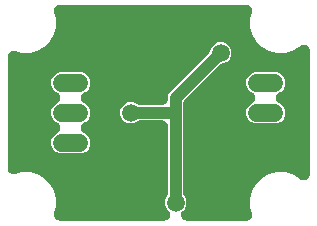
<source format=gbr>
G04 EAGLE Gerber RS-274X export*
G75*
%MOMM*%
%FSLAX34Y34*%
%LPD*%
%INBottom Copper*%
%IPPOS*%
%AMOC8*
5,1,8,0,0,1.08239X$1,22.5*%
G01*
%ADD10C,1.508000*%
%ADD11C,1.500000*%
%ADD12C,1.000000*%

G36*
X143057Y10177D02*
X143057Y10177D01*
X143308Y10186D01*
X143373Y10197D01*
X143438Y10201D01*
X143684Y10248D01*
X143931Y10289D01*
X143994Y10308D01*
X144059Y10320D01*
X144297Y10398D01*
X144537Y10470D01*
X144597Y10496D01*
X144659Y10517D01*
X144886Y10624D01*
X145115Y10725D01*
X145171Y10759D01*
X145231Y10787D01*
X145442Y10923D01*
X145656Y11052D01*
X145707Y11093D01*
X145763Y11128D01*
X145956Y11289D01*
X146152Y11444D01*
X146198Y11491D01*
X146248Y11533D01*
X146419Y11717D01*
X146594Y11896D01*
X146633Y11948D01*
X146678Y11997D01*
X146824Y12200D01*
X146975Y12400D01*
X147008Y12457D01*
X147046Y12510D01*
X147165Y12731D01*
X147290Y12948D01*
X147316Y13009D01*
X147347Y13066D01*
X147437Y13300D01*
X147534Y13531D01*
X147551Y13595D01*
X147575Y13656D01*
X147635Y13899D01*
X147701Y14141D01*
X147711Y14206D01*
X147726Y14270D01*
X147755Y14518D01*
X147791Y14766D01*
X147792Y14832D01*
X147799Y14897D01*
X147797Y15147D01*
X147801Y15398D01*
X147793Y15464D01*
X147793Y15530D01*
X147759Y15777D01*
X147731Y16027D01*
X147715Y16091D01*
X147706Y16156D01*
X147641Y16397D01*
X147582Y16641D01*
X147559Y16703D01*
X147541Y16766D01*
X147446Y16997D01*
X147357Y17232D01*
X147326Y17290D01*
X147301Y17350D01*
X147177Y17568D01*
X147059Y17789D01*
X147021Y17843D01*
X146989Y17900D01*
X146838Y18101D01*
X146693Y18305D01*
X146644Y18359D01*
X146609Y18406D01*
X146512Y18506D01*
X146342Y18695D01*
X144749Y20288D01*
X143375Y23605D01*
X143375Y27195D01*
X144785Y30598D01*
X144829Y30648D01*
X144896Y30747D01*
X144970Y30840D01*
X145073Y31008D01*
X145183Y31171D01*
X145237Y31278D01*
X145300Y31380D01*
X145380Y31560D01*
X145469Y31735D01*
X145509Y31848D01*
X145558Y31957D01*
X145615Y32145D01*
X145682Y32331D01*
X145707Y32447D01*
X145742Y32561D01*
X145775Y32756D01*
X145817Y32948D01*
X145828Y33067D01*
X145848Y33185D01*
X145861Y33438D01*
X145874Y33578D01*
X145871Y33635D01*
X145875Y33709D01*
X145875Y90076D01*
X145864Y90261D01*
X145862Y90446D01*
X145844Y90576D01*
X145835Y90707D01*
X145800Y90888D01*
X145775Y91072D01*
X145741Y91198D01*
X145716Y91328D01*
X145658Y91504D01*
X145610Y91682D01*
X145560Y91803D01*
X145519Y91928D01*
X145440Y92096D01*
X145370Y92266D01*
X145305Y92381D01*
X145249Y92499D01*
X145149Y92655D01*
X145058Y92816D01*
X144979Y92921D01*
X144908Y93032D01*
X144789Y93174D01*
X144678Y93322D01*
X144587Y93416D01*
X144503Y93517D01*
X144367Y93643D01*
X144238Y93776D01*
X144136Y93858D01*
X144039Y93947D01*
X143889Y94055D01*
X143745Y94170D01*
X143632Y94239D01*
X143526Y94315D01*
X143363Y94403D01*
X143205Y94500D01*
X143085Y94553D01*
X142970Y94616D01*
X142797Y94682D01*
X142628Y94758D01*
X142503Y94796D01*
X142380Y94844D01*
X142200Y94888D01*
X142023Y94942D01*
X141894Y94964D01*
X141766Y94995D01*
X141583Y95017D01*
X141400Y95048D01*
X141247Y95056D01*
X141139Y95068D01*
X141030Y95067D01*
X140876Y95075D01*
X122609Y95075D01*
X122490Y95068D01*
X122370Y95070D01*
X122174Y95048D01*
X121978Y95035D01*
X121861Y95013D01*
X121742Y95000D01*
X121551Y94953D01*
X121357Y94916D01*
X121244Y94879D01*
X121128Y94851D01*
X120944Y94781D01*
X120757Y94719D01*
X120649Y94668D01*
X120537Y94626D01*
X120364Y94533D01*
X120185Y94449D01*
X120085Y94384D01*
X119980Y94328D01*
X119819Y94214D01*
X119653Y94108D01*
X119561Y94031D01*
X119493Y93983D01*
X116095Y92575D01*
X112505Y92575D01*
X109188Y93949D01*
X106649Y96488D01*
X105275Y99805D01*
X105275Y103395D01*
X106649Y106712D01*
X109188Y109251D01*
X112505Y110625D01*
X116095Y110625D01*
X119498Y109215D01*
X119548Y109171D01*
X119647Y109104D01*
X119740Y109030D01*
X119908Y108927D01*
X120071Y108817D01*
X120178Y108763D01*
X120280Y108700D01*
X120460Y108620D01*
X120635Y108531D01*
X120748Y108491D01*
X120857Y108442D01*
X121045Y108385D01*
X121231Y108318D01*
X121347Y108293D01*
X121461Y108258D01*
X121656Y108225D01*
X121848Y108183D01*
X121967Y108172D01*
X122085Y108152D01*
X122338Y108139D01*
X122478Y108126D01*
X122535Y108129D01*
X122609Y108125D01*
X140876Y108125D01*
X141061Y108136D01*
X141246Y108138D01*
X141376Y108156D01*
X141507Y108165D01*
X141688Y108200D01*
X141872Y108225D01*
X141998Y108259D01*
X142128Y108284D01*
X142304Y108342D01*
X142482Y108390D01*
X142603Y108440D01*
X142728Y108481D01*
X142896Y108560D01*
X143066Y108630D01*
X143181Y108695D01*
X143299Y108751D01*
X143455Y108851D01*
X143616Y108942D01*
X143721Y109021D01*
X143832Y109092D01*
X143974Y109211D01*
X144122Y109322D01*
X144216Y109413D01*
X144317Y109497D01*
X144443Y109633D01*
X144576Y109762D01*
X144658Y109864D01*
X144747Y109961D01*
X144855Y110111D01*
X144970Y110255D01*
X145039Y110368D01*
X145115Y110474D01*
X145203Y110637D01*
X145300Y110795D01*
X145353Y110915D01*
X145416Y111030D01*
X145482Y111203D01*
X145558Y111372D01*
X145596Y111497D01*
X145644Y111620D01*
X145688Y111800D01*
X145742Y111977D01*
X145764Y112106D01*
X145795Y112234D01*
X145817Y112417D01*
X145848Y112600D01*
X145856Y112753D01*
X145868Y112861D01*
X145867Y112970D01*
X145875Y113124D01*
X145875Y115598D01*
X146869Y117996D01*
X180011Y151138D01*
X180090Y151228D01*
X180176Y151311D01*
X180299Y151465D01*
X180429Y151613D01*
X180496Y151712D01*
X180570Y151805D01*
X180673Y151973D01*
X180783Y152136D01*
X180837Y152242D01*
X180900Y152344D01*
X180980Y152524D01*
X181069Y152700D01*
X181109Y152812D01*
X181158Y152921D01*
X181215Y153110D01*
X181282Y153295D01*
X181307Y153412D01*
X181342Y153526D01*
X181375Y153720D01*
X181417Y153913D01*
X181428Y154031D01*
X181442Y154114D01*
X182849Y157512D01*
X185388Y160051D01*
X188705Y161425D01*
X192295Y161425D01*
X195612Y160051D01*
X198151Y157512D01*
X199525Y154195D01*
X199525Y150605D01*
X198151Y147288D01*
X195612Y144749D01*
X192209Y143339D01*
X192143Y143335D01*
X192026Y143313D01*
X191907Y143300D01*
X191715Y143253D01*
X191522Y143216D01*
X191408Y143179D01*
X191292Y143151D01*
X191109Y143081D01*
X190921Y143019D01*
X190813Y142968D01*
X190702Y142926D01*
X190528Y142833D01*
X190350Y142749D01*
X190249Y142684D01*
X190144Y142628D01*
X189984Y142514D01*
X189818Y142408D01*
X189726Y142331D01*
X189629Y142262D01*
X189440Y142092D01*
X189332Y142003D01*
X189293Y141960D01*
X189238Y141911D01*
X160389Y113062D01*
X160310Y112972D01*
X160224Y112889D01*
X160101Y112735D01*
X159971Y112587D01*
X159904Y112488D01*
X159830Y112395D01*
X159727Y112227D01*
X159617Y112064D01*
X159563Y111958D01*
X159500Y111856D01*
X159420Y111676D01*
X159331Y111500D01*
X159291Y111388D01*
X159242Y111279D01*
X159185Y111090D01*
X159118Y110905D01*
X159093Y110788D01*
X159058Y110674D01*
X159025Y110480D01*
X158983Y110287D01*
X158972Y110169D01*
X158952Y110051D01*
X158939Y109797D01*
X158926Y109658D01*
X158929Y109600D01*
X158925Y109527D01*
X158925Y33709D01*
X158932Y33590D01*
X158930Y33470D01*
X158952Y33274D01*
X158965Y33078D01*
X158987Y32961D01*
X159000Y32842D01*
X159047Y32651D01*
X159084Y32457D01*
X159121Y32344D01*
X159149Y32228D01*
X159219Y32044D01*
X159281Y31857D01*
X159332Y31749D01*
X159374Y31637D01*
X159467Y31464D01*
X159551Y31285D01*
X159616Y31185D01*
X159672Y31080D01*
X159786Y30919D01*
X159892Y30753D01*
X159969Y30661D01*
X160017Y30593D01*
X161425Y27195D01*
X161425Y23605D01*
X160051Y20288D01*
X158458Y18695D01*
X158292Y18507D01*
X158122Y18323D01*
X158084Y18270D01*
X158040Y18221D01*
X157899Y18013D01*
X157754Y17810D01*
X157722Y17752D01*
X157685Y17697D01*
X157572Y17474D01*
X157453Y17254D01*
X157429Y17192D01*
X157400Y17134D01*
X157316Y16898D01*
X157225Y16664D01*
X157209Y16600D01*
X157187Y16538D01*
X157134Y16294D01*
X157074Y16050D01*
X157066Y15985D01*
X157052Y15921D01*
X157029Y15671D01*
X157001Y15423D01*
X157001Y15357D01*
X156995Y15291D01*
X157005Y15040D01*
X157007Y14790D01*
X157016Y14725D01*
X157019Y14660D01*
X157060Y14412D01*
X157094Y14164D01*
X157111Y14101D01*
X157122Y14036D01*
X157193Y13796D01*
X157259Y13554D01*
X157284Y13493D01*
X157302Y13430D01*
X157404Y13201D01*
X157499Y12970D01*
X157531Y12912D01*
X157558Y12852D01*
X157688Y12638D01*
X157811Y12420D01*
X157851Y12367D01*
X157885Y12311D01*
X158040Y12115D01*
X158191Y11914D01*
X158236Y11867D01*
X158277Y11816D01*
X158456Y11640D01*
X158630Y11460D01*
X158682Y11419D01*
X158729Y11373D01*
X158929Y11222D01*
X159124Y11066D01*
X159180Y11031D01*
X159233Y10992D01*
X159450Y10867D01*
X159664Y10736D01*
X159724Y10709D01*
X159781Y10677D01*
X160012Y10580D01*
X160241Y10478D01*
X160303Y10459D01*
X160364Y10433D01*
X160606Y10367D01*
X160845Y10294D01*
X160910Y10283D01*
X160974Y10266D01*
X161221Y10230D01*
X161469Y10188D01*
X161542Y10184D01*
X161599Y10176D01*
X161739Y10174D01*
X161993Y10161D01*
X212302Y10161D01*
X212508Y10174D01*
X212715Y10178D01*
X212824Y10194D01*
X212933Y10201D01*
X213136Y10240D01*
X213341Y10270D01*
X213446Y10299D01*
X213554Y10320D01*
X213751Y10384D01*
X213950Y10440D01*
X214050Y10482D01*
X214155Y10517D01*
X214342Y10605D01*
X214532Y10686D01*
X214626Y10740D01*
X214726Y10787D01*
X214900Y10899D01*
X215079Y11003D01*
X215166Y11069D01*
X215258Y11128D01*
X215417Y11261D01*
X215581Y11386D01*
X215659Y11463D01*
X215743Y11533D01*
X215884Y11685D01*
X216031Y11830D01*
X216099Y11916D01*
X216173Y11997D01*
X216294Y12164D01*
X216422Y12327D01*
X216478Y12421D01*
X216542Y12510D01*
X216640Y12692D01*
X216746Y12870D01*
X216790Y12970D01*
X216842Y13066D01*
X216917Y13259D01*
X217000Y13449D01*
X217030Y13554D01*
X217070Y13656D01*
X217120Y13857D01*
X217178Y14055D01*
X217195Y14164D01*
X217222Y14270D01*
X217245Y14475D01*
X217278Y14679D01*
X217282Y14789D01*
X217295Y14897D01*
X217292Y15104D01*
X217299Y15311D01*
X217289Y15420D01*
X217288Y15530D01*
X217260Y15734D01*
X217240Y15940D01*
X217214Y16063D01*
X217201Y16156D01*
X217169Y16274D01*
X217131Y16454D01*
X215639Y22022D01*
X215639Y28778D01*
X217388Y35305D01*
X220766Y41156D01*
X225544Y45934D01*
X231395Y49312D01*
X237922Y51061D01*
X244678Y51061D01*
X251205Y49312D01*
X257056Y45934D01*
X257405Y45585D01*
X257593Y45419D01*
X257777Y45249D01*
X257830Y45210D01*
X257879Y45167D01*
X258087Y45026D01*
X258290Y44880D01*
X258348Y44849D01*
X258402Y44812D01*
X258627Y44699D01*
X258846Y44580D01*
X258908Y44556D01*
X258966Y44527D01*
X259202Y44442D01*
X259436Y44352D01*
X259500Y44336D01*
X259562Y44314D01*
X259806Y44261D01*
X260050Y44200D01*
X260115Y44193D01*
X260179Y44179D01*
X260429Y44156D01*
X260677Y44127D01*
X260743Y44128D01*
X260809Y44122D01*
X261060Y44131D01*
X261310Y44134D01*
X261375Y44143D01*
X261440Y44146D01*
X261688Y44186D01*
X261936Y44221D01*
X261999Y44238D01*
X262064Y44248D01*
X262304Y44320D01*
X262546Y44385D01*
X262607Y44410D01*
X262670Y44429D01*
X262899Y44531D01*
X263130Y44626D01*
X263188Y44658D01*
X263248Y44685D01*
X263462Y44814D01*
X263680Y44938D01*
X263733Y44978D01*
X263789Y45012D01*
X263985Y45167D01*
X264186Y45317D01*
X264233Y45363D01*
X264284Y45404D01*
X264460Y45583D01*
X264640Y45757D01*
X264681Y45809D01*
X264727Y45856D01*
X264878Y46055D01*
X265034Y46251D01*
X265069Y46307D01*
X265108Y46360D01*
X265233Y46577D01*
X265364Y46791D01*
X265390Y46851D01*
X265423Y46908D01*
X265520Y47139D01*
X265622Y47367D01*
X265641Y47430D01*
X265666Y47491D01*
X265733Y47733D01*
X265806Y47972D01*
X265817Y48037D01*
X265834Y48100D01*
X265870Y48348D01*
X265912Y48595D01*
X265916Y48669D01*
X265924Y48726D01*
X265926Y48866D01*
X265939Y49120D01*
X265939Y154080D01*
X265923Y154330D01*
X265914Y154581D01*
X265903Y154645D01*
X265899Y154711D01*
X265852Y154958D01*
X265811Y155204D01*
X265793Y155267D01*
X265780Y155332D01*
X265702Y155571D01*
X265630Y155810D01*
X265604Y155870D01*
X265583Y155933D01*
X265476Y156159D01*
X265375Y156388D01*
X265341Y156444D01*
X265313Y156504D01*
X265177Y156715D01*
X265048Y156929D01*
X265007Y156981D01*
X264972Y157036D01*
X264811Y157229D01*
X264656Y157425D01*
X264609Y157471D01*
X264567Y157521D01*
X264383Y157692D01*
X264204Y157867D01*
X264152Y157907D01*
X264103Y157951D01*
X263900Y158097D01*
X263700Y158249D01*
X263643Y158281D01*
X263590Y158320D01*
X263370Y158439D01*
X263152Y158564D01*
X263091Y158589D01*
X263034Y158620D01*
X262800Y158710D01*
X262569Y158807D01*
X262505Y158824D01*
X262444Y158848D01*
X262201Y158908D01*
X261959Y158975D01*
X261894Y158984D01*
X261830Y159000D01*
X261582Y159028D01*
X261333Y159064D01*
X261268Y159065D01*
X261203Y159073D01*
X260953Y159070D01*
X260701Y159074D01*
X260636Y159067D01*
X260570Y159066D01*
X260322Y159032D01*
X260073Y159004D01*
X260009Y158988D01*
X259944Y158979D01*
X259702Y158914D01*
X259459Y158855D01*
X259397Y158832D01*
X259334Y158815D01*
X259103Y158719D01*
X258868Y158630D01*
X258810Y158599D01*
X258750Y158574D01*
X258532Y158450D01*
X258311Y158332D01*
X258257Y158294D01*
X258200Y158262D01*
X258000Y158111D01*
X257795Y157966D01*
X257741Y157917D01*
X257694Y157883D01*
X257594Y157785D01*
X257405Y157615D01*
X257056Y157266D01*
X251205Y153888D01*
X244678Y152139D01*
X237922Y152139D01*
X231395Y153888D01*
X225544Y157266D01*
X220766Y162044D01*
X217388Y167895D01*
X215639Y174422D01*
X215639Y181178D01*
X217104Y186646D01*
X217145Y186849D01*
X217195Y187050D01*
X217207Y187158D01*
X217229Y187266D01*
X217244Y187472D01*
X217268Y187677D01*
X217267Y187787D01*
X217275Y187896D01*
X217263Y188103D01*
X217261Y188310D01*
X217246Y188418D01*
X217240Y188527D01*
X217203Y188731D01*
X217175Y188936D01*
X217146Y189042D01*
X217126Y189149D01*
X217064Y189346D01*
X217010Y189546D01*
X216968Y189647D01*
X216935Y189752D01*
X216848Y189939D01*
X216769Y190130D01*
X216715Y190226D01*
X216669Y190325D01*
X216559Y190500D01*
X216457Y190680D01*
X216391Y190768D01*
X216333Y190860D01*
X216202Y191020D01*
X216078Y191186D01*
X216002Y191264D01*
X215932Y191349D01*
X215782Y191491D01*
X215638Y191640D01*
X215552Y191708D01*
X215473Y191783D01*
X215306Y191905D01*
X215144Y192034D01*
X215051Y192091D01*
X214962Y192156D01*
X214781Y192256D01*
X214605Y192364D01*
X214505Y192408D01*
X214409Y192461D01*
X214216Y192538D01*
X214028Y192622D01*
X213923Y192654D01*
X213821Y192694D01*
X213621Y192746D01*
X213423Y192806D01*
X213315Y192824D01*
X213209Y192851D01*
X213004Y192877D01*
X212800Y192912D01*
X212674Y192918D01*
X212582Y192930D01*
X212458Y192930D01*
X212275Y192939D01*
X54425Y192939D01*
X54218Y192926D01*
X54011Y192922D01*
X53903Y192906D01*
X53794Y192899D01*
X53591Y192860D01*
X53386Y192830D01*
X53281Y192801D01*
X53173Y192780D01*
X52976Y192716D01*
X52777Y192660D01*
X52676Y192618D01*
X52572Y192583D01*
X52385Y192495D01*
X52195Y192414D01*
X52100Y192360D01*
X52001Y192313D01*
X51826Y192201D01*
X51648Y192097D01*
X51561Y192031D01*
X51469Y191972D01*
X51310Y191839D01*
X51146Y191714D01*
X51068Y191637D01*
X50984Y191567D01*
X50843Y191415D01*
X50696Y191270D01*
X50628Y191184D01*
X50553Y191103D01*
X50433Y190936D01*
X50305Y190773D01*
X50249Y190679D01*
X50185Y190590D01*
X50087Y190408D01*
X49981Y190230D01*
X49937Y190130D01*
X49885Y190034D01*
X49810Y189840D01*
X49727Y189651D01*
X49696Y189546D01*
X49657Y189444D01*
X49607Y189243D01*
X49549Y189045D01*
X49531Y188936D01*
X49505Y188830D01*
X49481Y188625D01*
X49448Y188421D01*
X49445Y188311D01*
X49432Y188203D01*
X49434Y187996D01*
X49428Y187789D01*
X49438Y187680D01*
X49439Y187570D01*
X49467Y187366D01*
X49487Y187160D01*
X49513Y187037D01*
X49525Y186944D01*
X49557Y186826D01*
X49596Y186646D01*
X51061Y181178D01*
X51061Y174422D01*
X49312Y167895D01*
X45934Y162044D01*
X41156Y157266D01*
X35305Y153888D01*
X28778Y152139D01*
X22022Y152139D01*
X16454Y153631D01*
X16251Y153672D01*
X16050Y153722D01*
X15942Y153734D01*
X15834Y153756D01*
X15628Y153771D01*
X15423Y153795D01*
X15313Y153793D01*
X15204Y153801D01*
X14997Y153790D01*
X14790Y153788D01*
X14682Y153773D01*
X14573Y153767D01*
X14369Y153730D01*
X14164Y153701D01*
X14058Y153673D01*
X13951Y153653D01*
X13754Y153590D01*
X13554Y153537D01*
X13453Y153495D01*
X13348Y153462D01*
X13161Y153375D01*
X12970Y153296D01*
X12874Y153242D01*
X12775Y153196D01*
X12600Y153086D01*
X12420Y152984D01*
X12332Y152918D01*
X12240Y152860D01*
X12080Y152729D01*
X11914Y152605D01*
X11836Y152528D01*
X11751Y152459D01*
X11609Y152309D01*
X11460Y152165D01*
X11392Y152079D01*
X11317Y151999D01*
X11195Y151833D01*
X11066Y151671D01*
X11009Y151577D01*
X10944Y151489D01*
X10844Y151308D01*
X10736Y151131D01*
X10692Y151031D01*
X10639Y150936D01*
X10562Y150743D01*
X10478Y150555D01*
X10446Y150450D01*
X10406Y150348D01*
X10354Y150148D01*
X10294Y149950D01*
X10276Y149842D01*
X10249Y149736D01*
X10223Y149530D01*
X10188Y149327D01*
X10182Y149201D01*
X10170Y149109D01*
X10170Y148985D01*
X10161Y148802D01*
X10161Y54398D01*
X10174Y54192D01*
X10178Y53985D01*
X10194Y53876D01*
X10201Y53767D01*
X10240Y53564D01*
X10270Y53359D01*
X10299Y53254D01*
X10320Y53146D01*
X10384Y52949D01*
X10440Y52750D01*
X10482Y52650D01*
X10517Y52545D01*
X10605Y52358D01*
X10686Y52168D01*
X10740Y52074D01*
X10787Y51974D01*
X10899Y51800D01*
X11003Y51621D01*
X11069Y51534D01*
X11128Y51442D01*
X11261Y51283D01*
X11386Y51119D01*
X11463Y51041D01*
X11533Y50957D01*
X11685Y50816D01*
X11830Y50669D01*
X11916Y50601D01*
X11997Y50527D01*
X12164Y50406D01*
X12327Y50278D01*
X12421Y50222D01*
X12510Y50158D01*
X12692Y50060D01*
X12870Y49954D01*
X12970Y49910D01*
X13066Y49858D01*
X13259Y49783D01*
X13449Y49700D01*
X13554Y49670D01*
X13656Y49630D01*
X13857Y49580D01*
X14055Y49522D01*
X14164Y49505D01*
X14270Y49478D01*
X14475Y49455D01*
X14679Y49422D01*
X14789Y49418D01*
X14897Y49405D01*
X15104Y49408D01*
X15311Y49401D01*
X15420Y49411D01*
X15530Y49412D01*
X15734Y49440D01*
X15940Y49460D01*
X16063Y49486D01*
X16156Y49499D01*
X16274Y49531D01*
X16454Y49569D01*
X22022Y51061D01*
X28778Y51061D01*
X35305Y49312D01*
X41156Y45934D01*
X45934Y41156D01*
X49312Y35305D01*
X51061Y28778D01*
X51061Y22022D01*
X49569Y16454D01*
X49528Y16251D01*
X49478Y16050D01*
X49466Y15942D01*
X49444Y15834D01*
X49429Y15628D01*
X49405Y15423D01*
X49407Y15313D01*
X49399Y15204D01*
X49410Y14997D01*
X49412Y14790D01*
X49427Y14682D01*
X49433Y14573D01*
X49470Y14369D01*
X49499Y14164D01*
X49527Y14058D01*
X49547Y13951D01*
X49610Y13754D01*
X49663Y13554D01*
X49705Y13453D01*
X49738Y13348D01*
X49825Y13161D01*
X49904Y12970D01*
X49958Y12874D01*
X50004Y12775D01*
X50114Y12600D01*
X50216Y12420D01*
X50282Y12332D01*
X50340Y12240D01*
X50471Y12080D01*
X50595Y11914D01*
X50672Y11836D01*
X50741Y11751D01*
X50891Y11609D01*
X51035Y11460D01*
X51121Y11392D01*
X51201Y11317D01*
X51367Y11195D01*
X51529Y11066D01*
X51623Y11009D01*
X51711Y10944D01*
X51892Y10844D01*
X52069Y10736D01*
X52169Y10692D01*
X52264Y10639D01*
X52457Y10562D01*
X52645Y10478D01*
X52750Y10446D01*
X52852Y10406D01*
X53052Y10354D01*
X53250Y10294D01*
X53358Y10276D01*
X53464Y10249D01*
X53670Y10223D01*
X53873Y10188D01*
X53999Y10182D01*
X54091Y10170D01*
X54215Y10170D01*
X54398Y10161D01*
X142807Y10161D01*
X143057Y10177D01*
G37*
%LPC*%
G36*
X54157Y67135D02*
X54157Y67135D01*
X50825Y68515D01*
X48275Y71065D01*
X46895Y74397D01*
X46895Y78003D01*
X48275Y81335D01*
X50825Y83885D01*
X51783Y84281D01*
X52008Y84392D01*
X52235Y84496D01*
X52291Y84531D01*
X52350Y84560D01*
X52559Y84697D01*
X52772Y84830D01*
X52823Y84871D01*
X52878Y84907D01*
X53068Y85070D01*
X53263Y85229D01*
X53308Y85276D01*
X53358Y85319D01*
X53526Y85505D01*
X53699Y85686D01*
X53738Y85739D01*
X53782Y85788D01*
X53925Y85993D01*
X54074Y86195D01*
X54106Y86252D01*
X54143Y86306D01*
X54259Y86528D01*
X54382Y86747D01*
X54406Y86808D01*
X54436Y86866D01*
X54524Y87101D01*
X54617Y87334D01*
X54634Y87397D01*
X54657Y87459D01*
X54714Y87703D01*
X54777Y87945D01*
X54785Y88010D01*
X54800Y88074D01*
X54826Y88324D01*
X54858Y88572D01*
X54858Y88638D01*
X54865Y88703D01*
X54859Y88954D01*
X54860Y89204D01*
X54851Y89269D01*
X54850Y89335D01*
X54812Y89582D01*
X54781Y89831D01*
X54765Y89895D01*
X54755Y89960D01*
X54687Y90200D01*
X54625Y90444D01*
X54600Y90505D01*
X54582Y90568D01*
X54484Y90798D01*
X54392Y91031D01*
X54360Y91089D01*
X54334Y91149D01*
X54207Y91366D01*
X54087Y91585D01*
X54048Y91638D01*
X54015Y91695D01*
X53862Y91893D01*
X53714Y92096D01*
X53669Y92143D01*
X53629Y92195D01*
X53452Y92373D01*
X53280Y92555D01*
X53229Y92597D01*
X53183Y92643D01*
X52986Y92797D01*
X52792Y92956D01*
X52736Y92991D01*
X52684Y93032D01*
X52469Y93159D01*
X52257Y93293D01*
X52190Y93324D01*
X52140Y93354D01*
X52012Y93409D01*
X51783Y93519D01*
X50825Y93915D01*
X48275Y96465D01*
X46895Y99797D01*
X46895Y103403D01*
X48275Y106735D01*
X50825Y109285D01*
X51783Y109681D01*
X52008Y109792D01*
X52235Y109896D01*
X52291Y109931D01*
X52350Y109960D01*
X52559Y110097D01*
X52772Y110230D01*
X52823Y110271D01*
X52878Y110307D01*
X53068Y110470D01*
X53263Y110629D01*
X53308Y110676D01*
X53358Y110719D01*
X53526Y110905D01*
X53699Y111086D01*
X53738Y111139D01*
X53782Y111188D01*
X53925Y111393D01*
X54074Y111595D01*
X54106Y111652D01*
X54143Y111706D01*
X54259Y111928D01*
X54382Y112147D01*
X54406Y112208D01*
X54436Y112266D01*
X54524Y112501D01*
X54617Y112734D01*
X54634Y112797D01*
X54657Y112859D01*
X54714Y113103D01*
X54777Y113345D01*
X54785Y113410D01*
X54800Y113474D01*
X54826Y113724D01*
X54858Y113972D01*
X54858Y114038D01*
X54865Y114103D01*
X54859Y114354D01*
X54860Y114604D01*
X54851Y114669D01*
X54850Y114735D01*
X54812Y114982D01*
X54781Y115231D01*
X54765Y115295D01*
X54755Y115360D01*
X54687Y115600D01*
X54625Y115844D01*
X54600Y115905D01*
X54582Y115968D01*
X54484Y116198D01*
X54392Y116431D01*
X54360Y116489D01*
X54334Y116549D01*
X54207Y116766D01*
X54087Y116985D01*
X54048Y117038D01*
X54015Y117095D01*
X53862Y117293D01*
X53714Y117496D01*
X53669Y117543D01*
X53629Y117595D01*
X53452Y117773D01*
X53280Y117955D01*
X53229Y117997D01*
X53183Y118043D01*
X52986Y118197D01*
X52792Y118356D01*
X52736Y118391D01*
X52684Y118432D01*
X52469Y118559D01*
X52257Y118693D01*
X52190Y118724D01*
X52140Y118754D01*
X52012Y118809D01*
X51783Y118919D01*
X50825Y119315D01*
X48275Y121865D01*
X46895Y125197D01*
X46895Y128803D01*
X48275Y132135D01*
X50825Y134685D01*
X54157Y136065D01*
X72843Y136065D01*
X76175Y134685D01*
X78725Y132135D01*
X80105Y128803D01*
X80105Y125197D01*
X78725Y121865D01*
X76175Y119315D01*
X75217Y118919D01*
X74993Y118809D01*
X74765Y118704D01*
X74709Y118669D01*
X74650Y118640D01*
X74440Y118503D01*
X74228Y118370D01*
X74177Y118329D01*
X74122Y118293D01*
X73931Y118129D01*
X73737Y117972D01*
X73692Y117924D01*
X73642Y117881D01*
X73474Y117696D01*
X73301Y117514D01*
X73262Y117461D01*
X73218Y117412D01*
X73075Y117208D01*
X72926Y117005D01*
X72894Y116948D01*
X72857Y116894D01*
X72741Y116672D01*
X72619Y116453D01*
X72594Y116392D01*
X72564Y116334D01*
X72476Y116099D01*
X72383Y115867D01*
X72366Y115803D01*
X72343Y115741D01*
X72286Y115497D01*
X72223Y115255D01*
X72215Y115190D01*
X72200Y115126D01*
X72174Y114876D01*
X72142Y114628D01*
X72142Y114563D01*
X72135Y114497D01*
X72141Y114247D01*
X72140Y113996D01*
X72149Y113931D01*
X72150Y113865D01*
X72188Y113618D01*
X72219Y113369D01*
X72235Y113305D01*
X72245Y113240D01*
X72313Y112999D01*
X72375Y112756D01*
X72400Y112695D01*
X72418Y112632D01*
X72516Y112402D01*
X72608Y112169D01*
X72640Y112111D01*
X72666Y112051D01*
X72792Y111834D01*
X72913Y111615D01*
X72952Y111562D01*
X72985Y111505D01*
X73138Y111307D01*
X73286Y111104D01*
X73331Y111057D01*
X73371Y111005D01*
X73548Y110827D01*
X73720Y110645D01*
X73770Y110603D01*
X73817Y110557D01*
X74015Y110403D01*
X74208Y110244D01*
X74264Y110209D01*
X74316Y110168D01*
X74531Y110041D01*
X74743Y109907D01*
X74810Y109876D01*
X74860Y109846D01*
X74987Y109791D01*
X75217Y109681D01*
X76175Y109285D01*
X78725Y106735D01*
X80105Y103403D01*
X80105Y99797D01*
X78725Y96465D01*
X76175Y93915D01*
X75217Y93519D01*
X74993Y93409D01*
X74765Y93304D01*
X74709Y93269D01*
X74650Y93240D01*
X74440Y93103D01*
X74228Y92970D01*
X74177Y92929D01*
X74122Y92893D01*
X73931Y92729D01*
X73737Y92572D01*
X73692Y92524D01*
X73642Y92481D01*
X73474Y92296D01*
X73301Y92114D01*
X73262Y92061D01*
X73218Y92012D01*
X73075Y91808D01*
X72926Y91605D01*
X72894Y91548D01*
X72857Y91494D01*
X72741Y91272D01*
X72619Y91053D01*
X72594Y90992D01*
X72564Y90934D01*
X72476Y90699D01*
X72383Y90467D01*
X72366Y90403D01*
X72343Y90341D01*
X72286Y90097D01*
X72223Y89855D01*
X72215Y89790D01*
X72200Y89726D01*
X72174Y89476D01*
X72142Y89228D01*
X72142Y89163D01*
X72135Y89097D01*
X72141Y88847D01*
X72140Y88596D01*
X72149Y88531D01*
X72150Y88465D01*
X72188Y88218D01*
X72219Y87969D01*
X72235Y87905D01*
X72245Y87840D01*
X72313Y87599D01*
X72375Y87356D01*
X72400Y87295D01*
X72418Y87232D01*
X72516Y87002D01*
X72608Y86769D01*
X72640Y86711D01*
X72666Y86651D01*
X72792Y86434D01*
X72913Y86215D01*
X72952Y86162D01*
X72985Y86105D01*
X73138Y85907D01*
X73286Y85704D01*
X73331Y85657D01*
X73371Y85605D01*
X73548Y85427D01*
X73720Y85245D01*
X73770Y85203D01*
X73817Y85157D01*
X74015Y85003D01*
X74208Y84844D01*
X74264Y84809D01*
X74316Y84768D01*
X74531Y84641D01*
X74743Y84507D01*
X74810Y84476D01*
X74860Y84446D01*
X74987Y84391D01*
X75217Y84281D01*
X76175Y83885D01*
X78725Y81335D01*
X80105Y78003D01*
X80105Y74397D01*
X78725Y71065D01*
X76175Y68515D01*
X72843Y67135D01*
X54157Y67135D01*
G37*
%LPD*%
%LPC*%
G36*
X219257Y92535D02*
X219257Y92535D01*
X215925Y93915D01*
X213375Y96465D01*
X211995Y99797D01*
X211995Y103403D01*
X213375Y106735D01*
X215925Y109285D01*
X216883Y109681D01*
X217107Y109791D01*
X217335Y109896D01*
X217391Y109931D01*
X217450Y109960D01*
X217660Y110097D01*
X217872Y110230D01*
X217923Y110271D01*
X217978Y110307D01*
X218169Y110471D01*
X218363Y110628D01*
X218408Y110676D01*
X218458Y110719D01*
X218626Y110904D01*
X218799Y111086D01*
X218838Y111139D01*
X218882Y111188D01*
X219025Y111392D01*
X219174Y111595D01*
X219206Y111652D01*
X219243Y111706D01*
X219359Y111928D01*
X219481Y112147D01*
X219506Y112208D01*
X219536Y112266D01*
X219624Y112501D01*
X219717Y112733D01*
X219734Y112797D01*
X219757Y112859D01*
X219814Y113103D01*
X219877Y113345D01*
X219885Y113410D01*
X219900Y113474D01*
X219926Y113724D01*
X219958Y113972D01*
X219958Y114037D01*
X219965Y114103D01*
X219959Y114353D01*
X219960Y114604D01*
X219951Y114669D01*
X219950Y114735D01*
X219912Y114982D01*
X219881Y115231D01*
X219865Y115295D01*
X219855Y115360D01*
X219787Y115601D01*
X219725Y115844D01*
X219700Y115905D01*
X219682Y115968D01*
X219584Y116198D01*
X219492Y116431D01*
X219460Y116489D01*
X219434Y116549D01*
X219308Y116766D01*
X219187Y116985D01*
X219148Y117038D01*
X219115Y117095D01*
X218962Y117293D01*
X218814Y117496D01*
X218769Y117543D01*
X218729Y117595D01*
X218552Y117773D01*
X218380Y117955D01*
X218330Y117997D01*
X218283Y118043D01*
X218085Y118197D01*
X217892Y118356D01*
X217836Y118391D01*
X217784Y118432D01*
X217569Y118559D01*
X217357Y118693D01*
X217290Y118724D01*
X217240Y118754D01*
X217113Y118809D01*
X216883Y118919D01*
X215925Y119315D01*
X213375Y121865D01*
X211995Y125197D01*
X211995Y128803D01*
X213375Y132135D01*
X215925Y134685D01*
X219257Y136065D01*
X237943Y136065D01*
X241275Y134685D01*
X243825Y132135D01*
X245205Y128803D01*
X245205Y125197D01*
X243825Y121865D01*
X241275Y119315D01*
X240317Y118919D01*
X240092Y118808D01*
X239865Y118704D01*
X239809Y118669D01*
X239750Y118640D01*
X239541Y118503D01*
X239328Y118370D01*
X239277Y118329D01*
X239222Y118293D01*
X239032Y118130D01*
X238837Y117971D01*
X238792Y117924D01*
X238742Y117881D01*
X238574Y117695D01*
X238401Y117514D01*
X238362Y117461D01*
X238318Y117412D01*
X238175Y117207D01*
X238026Y117005D01*
X237994Y116948D01*
X237957Y116894D01*
X237841Y116672D01*
X237718Y116453D01*
X237694Y116392D01*
X237664Y116334D01*
X237576Y116099D01*
X237483Y115866D01*
X237466Y115803D01*
X237443Y115741D01*
X237386Y115497D01*
X237323Y115255D01*
X237315Y115190D01*
X237300Y115126D01*
X237274Y114876D01*
X237242Y114628D01*
X237242Y114562D01*
X237235Y114497D01*
X237241Y114246D01*
X237240Y113996D01*
X237249Y113931D01*
X237250Y113865D01*
X237288Y113618D01*
X237319Y113369D01*
X237335Y113305D01*
X237345Y113240D01*
X237413Y113000D01*
X237475Y112756D01*
X237500Y112695D01*
X237518Y112632D01*
X237616Y112402D01*
X237708Y112169D01*
X237740Y112111D01*
X237766Y112051D01*
X237893Y111834D01*
X238013Y111615D01*
X238052Y111562D01*
X238085Y111505D01*
X238238Y111307D01*
X238386Y111104D01*
X238431Y111057D01*
X238471Y111005D01*
X238648Y110827D01*
X238820Y110645D01*
X238871Y110603D01*
X238917Y110557D01*
X239114Y110403D01*
X239308Y110244D01*
X239364Y110209D01*
X239416Y110168D01*
X239631Y110041D01*
X239843Y109907D01*
X239910Y109876D01*
X239960Y109846D01*
X240088Y109791D01*
X240317Y109681D01*
X241275Y109285D01*
X243825Y106735D01*
X245205Y103403D01*
X245205Y99797D01*
X243825Y96465D01*
X241275Y93915D01*
X237943Y92535D01*
X219257Y92535D01*
G37*
%LPD*%
D10*
X236140Y101600D02*
X221060Y101600D01*
X221060Y127000D02*
X236140Y127000D01*
X71040Y127000D02*
X55960Y127000D01*
X55960Y101600D02*
X71040Y101600D01*
X71040Y76200D02*
X55960Y76200D01*
D11*
X152400Y25400D03*
D12*
X152400Y101600D01*
X152400Y114300D01*
X190500Y152400D01*
D11*
X190500Y152400D03*
X114300Y101600D03*
D12*
X152400Y101600D01*
M02*

</source>
